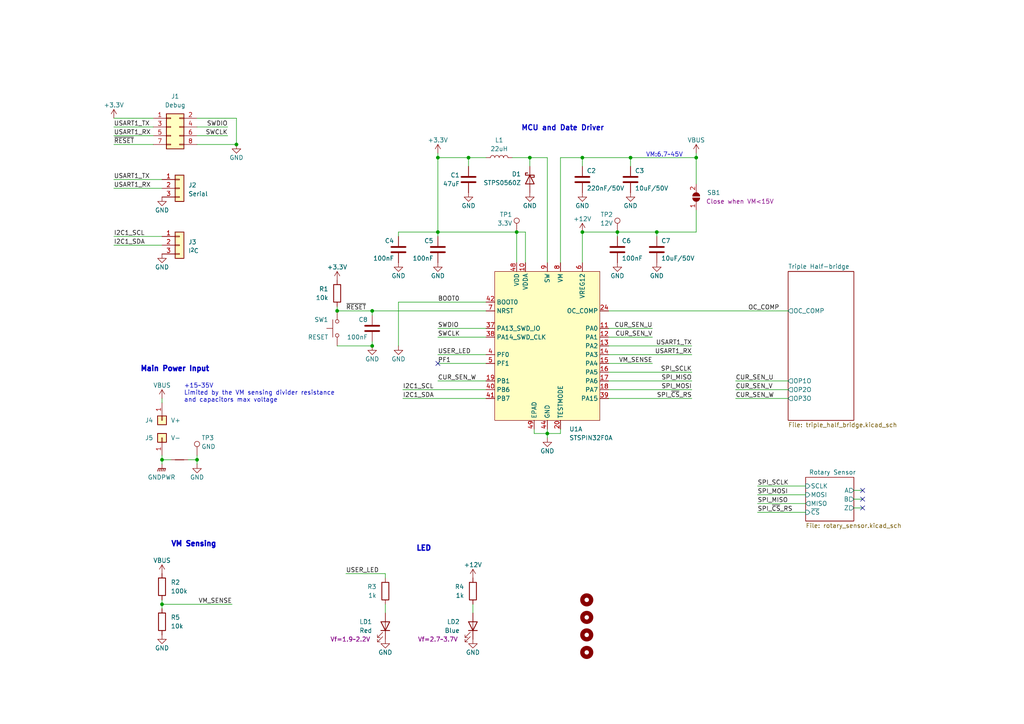
<source format=kicad_sch>
(kicad_sch (version 20230121) (generator eeschema)
  (paper "A4")
  (title_block (title "moco-RD321") (rev "1.0") (comment 1 "BLDC motor controller/driver") (comment 2 "STSPIN32F0A MCU/Gate driver and SiZ250DT Dual N-MOSFET") (comment 3 "MIT license (Open source hardware)") (comment 4 "https://github.com/ziteh/moco"))
  (lib_symbols
    (symbol "Connector:TestPoint" (pin_numbers hide) (pin_names (offset 0.762) hide)
      (property "Reference" "TP" (at 0 6.858 0))
      (property "Value" "TestPoint" (at 0 5.08 0))
      (symbol "TestPoint_0_1"
        (circle (center 0 3.302) (radius 0.762))
      )
      (symbol "TestPoint_1_1"
        (pin passive line (at 0 0 90) (length 2.54) (name "1") (number "1"))
      )
    )
    (symbol "Connector_Generic:Conn_01x01" (pin_names (offset 1.016) hide)
      (property "Reference" "J" (at 0 2.54 0))
      (property "Value" "Conn_01x01" (at 0 -2.54 0))
      (symbol "Conn_01x01_1_1"
        (rectangle (start -1.27 0.127) (end 0 -0.127) (stroke (width 0.1524)))
        (rectangle (start -1.27 1.27) (end 1.27 -1.27) (stroke (width 0.254)) (fill (type background)))
        (pin passive line (at -5.08 0 0) (length 3.81) (name "Pin_1") (number "1"))
      )
    )
    (symbol "Connector_Generic:Conn_01x03" (pin_names (offset 1.016) hide)
      (property "Reference" "J" (at 0 5.08 0))
      (property "Value" "Conn_01x03" (at 0 -5.08 0))
      (symbol "Conn_01x03_1_1"
        (rectangle (start -1.27 -2.413) (end 0 -2.667) (stroke (width 0.1524)))
        (rectangle (start -1.27 0.127) (end 0 -0.127) (stroke (width 0.1524)))
        (rectangle (start -1.27 2.667) (end 0 2.413) (stroke (width 0.1524)))
        (rectangle (start -1.27 3.81) (end 1.27 -3.81) (stroke (width 0.254)) (fill (type background)))
        (pin passive line (at -5.08 2.54 0) (length 3.81) (name "Pin_1") (number "1"))
        (pin passive line (at -5.08 0 0) (length 3.81) (name "Pin_2") (number "2"))
        (pin passive line (at -5.08 -2.54 0) (length 3.81) (name "Pin_3") (number "3"))
      )
    )
    (symbol "Connector_Generic:Conn_02x04_Odd_Even" (pin_names (offset 1.016) hide)
      (property "Reference" "J" (at 1.27 5.08 0))
      (property "Value" "Conn_02x04_Odd_Even" (at 1.27 -7.62 0))
      (symbol "Conn_02x04_Odd_Even_1_1"
        (rectangle (start -1.27 -4.953) (end 0 -5.207) (stroke (width 0.1524)))
        (rectangle (start -1.27 -2.413) (end 0 -2.667) (stroke (width 0.1524)))
        (rectangle (start -1.27 0.127) (end 0 -0.127) (stroke (width 0.1524)))
        (rectangle (start -1.27 2.667) (end 0 2.413) (stroke (width 0.1524)))
        (rectangle (start -1.27 3.81) (end 3.81 -6.35) (stroke (width 0.254)) (fill (type background)))
        (rectangle (start 3.81 -4.953) (end 2.54 -5.207) (stroke (width 0.1524)))
        (rectangle (start 3.81 -2.413) (end 2.54 -2.667) (stroke (width 0.1524)))
        (rectangle (start 3.81 0.127) (end 2.54 -0.127) (stroke (width 0.1524)))
        (rectangle (start 3.81 2.667) (end 2.54 2.413) (stroke (width 0.1524)))
        (pin passive line (at -5.08 2.54 0) (length 3.81) (name "Pin_1") (number "1"))
        (pin passive line (at 7.62 2.54 180) (length 3.81) (name "Pin_2") (number "2"))
        (pin passive line (at -5.08 0 0) (length 3.81) (name "Pin_3") (number "3"))
        (pin passive line (at 7.62 0 180) (length 3.81) (name "Pin_4") (number "4"))
        (pin passive line (at -5.08 -2.54 0) (length 3.81) (name "Pin_5") (number "5"))
        (pin passive line (at 7.62 -2.54 180) (length 3.81) (name "Pin_6") (number "6"))
        (pin passive line (at -5.08 -5.08 0) (length 3.81) (name "Pin_7") (number "7"))
        (pin passive line (at 7.62 -5.08 180) (length 3.81) (name "Pin_8") (number "8"))
      )
    )
    (symbol "Device:C" (pin_numbers hide) (pin_names (offset 0.254))
      (property "Reference" "C" (at 0.635 2.54 0))
      (property "Value" "C" (at 0.635 -2.54 0))
      (symbol "C_0_1"
        (polyline (pts (xy -2.032 -0.762) (xy 2.032 -0.762)) (stroke (width 0.508)))
        (polyline (pts (xy -2.032 0.762) (xy 2.032 0.762)) (stroke (width 0.508)))
      )
      (symbol "C_1_1"
        (pin passive line (at 0 3.81 270) (length 2.794) (name "~") (number "1"))
        (pin passive line (at 0 -3.81 90) (length 2.794) (name "~") (number "2"))
      )
    )
    (symbol "Device:L" (pin_numbers hide) (pin_names (offset 1.016) hide)
      (property "Reference" "L" (at -1.27 0 90))
      (property "Value" "L" (at 1.905 0 90))
      (symbol "L_0_1"
        (arc (start 0 -2.54) (mid 0.6323 -1.905) (end 0 -1.27))
        (arc (start 0 -1.27) (mid 0.6323 -0.635) (end 0 0))
        (arc (start 0 0) (mid 0.6323 0.635) (end 0 1.27))
        (arc (start 0 1.27) (mid 0.6323 1.905) (end 0 2.54))
      )
      (symbol "L_1_1"
        (pin passive line (at 0 3.81 270) (length 1.27) (name "1") (number "1"))
        (pin passive line (at 0 -3.81 90) (length 1.27) (name "2") (number "2"))
      )
    )
    (symbol "Device:LED" (pin_numbers hide) (pin_names (offset 1.016) hide)
      (property "Reference" "D" (at 0 2.54 0))
      (property "Value" "LED" (at 0 -2.54 0))
      (symbol "LED_0_1"
        (polyline (pts (xy -1.27 -1.27) (xy -1.27 1.27)) (stroke (width 0.254)))
        (polyline (pts (xy -1.27 0) (xy 1.27 0)))
        (polyline (pts (xy 1.27 -1.27) (xy 1.27 1.27) (xy -1.27 0) (xy 1.27 -1.27)) (stroke (width 0.254)))
        (polyline (pts (xy -3.048 -0.762) (xy -4.572 -2.286) (xy -3.81 -2.286) (xy -4.572 -2.286) (xy -4.572 -1.524)))
        (polyline (pts (xy -1.778 -0.762) (xy -3.302 -2.286) (xy -2.54 -2.286) (xy -3.302 -2.286) (xy -3.302 -1.524)))
      )
      (symbol "LED_1_1"
        (pin passive line (at -3.81 0 0) (length 2.54) (name "K") (number "1"))
        (pin passive line (at 3.81 0 180) (length 2.54) (name "A") (number "2"))
      )
    )
    (symbol "Device:NetTie_2" (pin_numbers hide) (pin_names (offset 0) hide) (in_bom no)
      (property "Reference" "NT" (at 0 1.27 0))
      (property "Value" "NetTie_2" (at 0 -1.27 0))
      (symbol "NetTie_2_0_1"
        (polyline (pts (xy -1.27 0) (xy 1.27 0)) (stroke (width 0.254)))
      )
      (symbol "NetTie_2_1_1"
        (pin passive line (at -2.54 0 0) (length 2.54) (name "1") (number "1"))
        (pin passive line (at 2.54 0 180) (length 2.54) (name "2") (number "2"))
      )
    )
    (symbol "Device:R" (pin_numbers hide) (pin_names (offset 0))
      (property "Reference" "R" (at 2.032 0 90))
      (property "Value" "R" (at 0 0 90))
      (symbol "R_0_1"
        (rectangle (start -1.016 -2.54) (end 1.016 2.54) (stroke (width 0.254)))
      )
      (symbol "R_1_1"
        (pin passive line (at 0 3.81 270) (length 1.27) (name "~") (number "1"))
        (pin passive line (at 0 -3.81 90) (length 1.27) (name "~") (number "2"))
      )
    )
    (symbol "Diode:1N6857UR" (pin_numbers hide) (pin_names (offset 1.016) hide)
      (property "Reference" "D" (at 0 2.54 0))
      (property "Value" "1N6857UR" (at 0 -2.54 0))
      (symbol "1N6857UR_0_1"
        (polyline (pts (xy 1.27 0) (xy -1.27 0)))
        (polyline (pts (xy 1.27 1.27) (xy 1.27 -1.27) (xy -1.27 0) (xy 1.27 1.27)) (stroke (width 0.254)))
        (polyline (pts (xy -1.905 0.635) (xy -1.905 1.27) (xy -1.27 1.27) (xy -1.27 -1.27) (xy -0.635 -1.27) (xy -0.635 -0.635)) (stroke (width 0.254)))
      )
      (symbol "1N6857UR_1_1"
        (pin passive line (at -3.81 0 0) (length 2.54) (name "K") (number "1"))
        (pin passive line (at 3.81 0 180) (length 2.54) (name "A") (number "2"))
      )
    )
    (symbol "Jumper:SolderJumper_2_Open" (pin_names (offset 0) hide)
      (property "Reference" "JP" (at 0 2.032 0))
      (property "Value" "SolderJumper_2_Open" (at 0 -2.54 0))
      (symbol "SolderJumper_2_Open_0_1"
        (arc (start -0.254 1.016) (mid -1.2656 0) (end -0.254 -1.016))
        (arc (start -0.254 1.016) (mid -1.2656 0) (end -0.254 -1.016) (fill (type outline)))
        (polyline (pts (xy -0.254 1.016) (xy -0.254 -1.016)))
        (polyline (pts (xy 0.254 1.016) (xy 0.254 -1.016)))
        (arc (start 0.254 -1.016) (mid 1.2656 0) (end 0.254 1.016))
        (arc (start 0.254 -1.016) (mid 1.2656 0) (end 0.254 1.016) (fill (type outline)))
      )
      (symbol "SolderJumper_2_Open_1_1"
        (pin passive line (at -3.81 0 0) (length 2.54) (name "A") (number "1"))
        (pin passive line (at 3.81 0 180) (length 2.54) (name "B") (number "2"))
      )
    )
    (symbol "Mechanical:MountingHole" (pin_names (offset 1.016))
      (property "Reference" "H" (at 0 5.08 0))
      (property "Value" "MountingHole" (at 0 3.175 0))
      (symbol "MountingHole_0_1"
        (circle (center 0 0) (radius 1.27) (stroke (width 1.27)))
      )
    )
    (symbol "STSPIN32F0A_1"
      (property "Reference" "U" (at 0 0 0))
      (property "Value" "STSPIN32F0A" (at 0 -10.16 0))
      (symbol "STSPIN32F0A_1_1_0"
        (pin power_in line (at -3.81 20.32 270) (length 2.54) (name "VDDA") (number "10"))
        (pin bidirectional line (at 20.32 1.27 180) (length 2.54) (name "PA0") (number "11"))
        (pin bidirectional line (at 20.32 -1.27 180) (length 2.54) (name "PA1") (number "12"))
        (pin bidirectional line (at 20.32 -3.81 180) (length 2.54) (name "PA2") (number "13"))
        (pin bidirectional line (at 20.32 -6.35 180) (length 2.54) (name "PA3") (number "14"))
        (pin bidirectional line (at 20.32 -8.89 180) (length 2.54) (name "PA4") (number "15"))
        (pin bidirectional line (at 20.32 -11.43 180) (length 2.54) (name "PA5") (number "16"))
        (pin bidirectional line (at 20.32 -13.97 180) (length 2.54) (name "PA6") (number "17"))
        (pin bidirectional line (at 20.32 -16.51 180) (length 2.54) (name "PA7") (number "18"))
        (pin bidirectional line (at -15.24 -13.97 0) (length 2.54) (name "PB1") (number "19"))
        (pin input line (at 6.35 -27.94 90) (length 2.54) (name "TESTMODE") (number "20"))
        (pin input line (at 20.32 6.35 180) (length 2.54) (name "OC_COMP") (number "24"))
        (pin bidirectional line (at -15.24 1.27 0) (length 2.54) (name "PA13_SWD_IO") (number "37"))
        (pin bidirectional line (at -15.24 -1.27 0) (length 2.54) (name "PA14_SWD_CLK") (number "38"))
        (pin bidirectional line (at 20.32 -19.05 180) (length 2.54) (name "PA15") (number "39"))
        (pin bidirectional line (at -15.24 -6.35 0) (length 2.54) (name "PF0") (number "4"))
        (pin bidirectional line (at -15.24 -16.51 0) (length 2.54) (name "PB6") (number "40"))
        (pin bidirectional line (at -15.24 -19.05 0) (length 2.54) (name "PB7") (number "41"))
        (pin input line (at -15.24 8.89 0) (length 2.54) (name "BOOT0") (number "42"))
        (pin no_connect line (at 10.16 -27.94 90) (length 2.54) hide (name "RESERVED") (number "43"))
        (pin power_in line (at 2.54 -27.94 90) (length 2.54) (name "GND") (number "44"))
        (pin power_in line (at -6.35 20.32 270) (length 2.54) (name "VDD") (number "48"))
        (pin power_in line (at -1.27 -27.94 90) (length 2.54) (name "EPAD") (number "49"))
        (pin bidirectional line (at -15.24 -8.89 0) (length 2.54) (name "PF1") (number "5"))
        (pin power_out line (at 12.7 20.32 270) (length 2.54) (name "VREG12") (number "6"))
        (pin input line (at -15.24 6.35 0) (length 2.54) (name "NRST") (number "7"))
        (pin power_in line (at 6.35 20.32 270) (length 2.54) (name "VM") (number "8"))
        (pin output line (at 2.54 20.32 270) (length 2.54) (name "SW") (number "9"))
      )
      (symbol "STSPIN32F0A_1_1_1"
        (rectangle (start -12.7 17.78) (end 17.78 -25.4) (fill (type background)))
      )
      (symbol "STSPIN32F0A_1_2_0"
        (pin output line (at 10.16 8.89 180) (length 2.54) (name "HSW") (number "25"))
        (pin output line (at 10.16 -3.81 180) (length 2.54) (name "OUTW") (number "26"))
        (pin output line (at 10.16 2.54 180) (length 2.54) (name "VBOOTW") (number "27"))
        (pin output line (at 10.16 -10.16 180) (length 2.54) (name "LSW") (number "28"))
      )
      (symbol "STSPIN32F0A_1_2_1"
        (rectangle (start -3.81 11.43) (end 7.62 -11.43) (fill (type background)))
        (text "W" (at -1.27 8.89 0) (effects (font (size 2 2) bold)))
      )
      (symbol "STSPIN32F0A_1_3_0"
        (pin output line (at 10.16 8.89 180) (length 2.54) (name "HSV") (number "29"))
        (pin output line (at 10.16 -3.81 180) (length 2.54) (name "OUTV") (number "30"))
        (pin output line (at 10.16 2.54 180) (length 2.54) (name "VBOOTV") (number "31"))
        (pin output line (at 10.16 -10.16 180) (length 2.54) (name "LSV") (number "32"))
      )
      (symbol "STSPIN32F0A_1_3_1"
        (rectangle (start -3.81 11.43) (end 7.62 -11.43) (fill (type background)))
        (text "V" (at -1.27 8.89 0) (effects (font (size 2 2) bold)))
      )
      (symbol "STSPIN32F0A_1_4_0"
        (pin output line (at 10.16 8.89 180) (length 2.54) (name "HSU") (number "33"))
        (pin output line (at 10.16 -3.81 180) (length 2.54) (name "OUTU") (number "34"))
        (pin output line (at 10.16 2.54 180) (length 2.54) (name "VBOOTU") (number "35"))
        (pin output line (at 10.16 -10.16 180) (length 2.54) (name "LSU") (number "36"))
      )
      (symbol "STSPIN32F0A_1_4_1"
        (rectangle (start -3.81 11.43) (end 7.62 -11.43) (fill (type background)))
        (text "U" (at -1.27 8.89 0) (effects (font (size 2 2) bold)))
      )
      (symbol "STSPIN32F0A_1_5_0"
        (pin input line (at -7.62 3.81 0) (length 2.54) (name "OP3P") (number "45"))
        (pin input line (at -7.62 -3.81 0) (length 2.54) (name "OP3N") (number "46"))
        (pin output line (at 11.43 0 180) (length 2.54) (name "OP3O") (number "47"))
      )
      (symbol "STSPIN32F0A_1_5_1"
        (polyline (pts (xy 10.16 0) (xy -5.08 7.62) (xy -5.08 -7.62) (xy 10.16 0)) (fill (type background)))
        (text "+" (at -6.35 2.54 0) (effects (font (size 1.27 1.27))))
        (text "-" (at -6.35 -5.08 0) (effects (font (size 1.27 1.27))))
      )
      (symbol "STSPIN32F0A_1_6_0"
        (pin input line (at -7.62 3.81 0) (length 2.54) (name "OP2P") (number "1"))
        (pin input line (at -7.62 -3.81 0) (length 2.54) (name "OP2N") (number "2"))
        (pin output line (at 11.43 0 180) (length 2.54) (name "OP2O") (number "3"))
      )
      (symbol "STSPIN32F0A_1_6_1"
        (polyline (pts (xy 10.16 0) (xy -5.08 7.62) (xy -5.08 -7.62) (xy 10.16 0)) (fill (type background)))
        (text "+" (at -6.35 2.54 0) (effects (font (size 1.27 1.27))))
        (text "-" (at -6.35 -5.08 0) (effects (font (size 1.27 1.27))))
      )
      (symbol "STSPIN32F0A_1_7_0"
        (pin output line (at 11.43 0 180) (length 2.54) (name "OP1O") (number "21"))
        (pin input line (at -7.62 -3.81 0) (length 2.54) (name "OP1N") (number "22"))
        (pin input line (at -7.62 3.81 0) (length 2.54) (name "OP1P") (number "23"))
      )
      (symbol "STSPIN32F0A_1_7_1"
        (polyline (pts (xy 10.16 0) (xy -5.08 7.62) (xy -5.08 -7.62) (xy 10.16 0)) (fill (type background)))
        (text "+" (at -6.35 2.54 0) (effects (font (size 1.27 1.27))))
        (text "-" (at -6.35 -5.08 0) (effects (font (size 1.27 1.27))))
      )
    )
    (symbol "Switch:SW_Push" (pin_numbers hide) (pin_names (offset 1.016) hide)
      (property "Reference" "SW" (at 1.27 2.54 0))
      (property "Value" "SW_Push" (at 0 -1.524 0))
      (symbol "SW_Push_0_1"
        (circle (center -2.032 0) (radius 0.508))
        (polyline (pts (xy 0 1.27) (xy 0 3.048)))
        (polyline (pts (xy 2.54 1.27) (xy -2.54 1.27)))
        (circle (center 2.032 0) (radius 0.508))
        (pin passive line (at -5.08 0 0) (length 2.54) (name "1") (number "1"))
        (pin passive line (at 5.08 0 180) (length 2.54) (name "2") (number "2"))
      )
    )
    (symbol "power:+12V" (power) (pin_names (offset 0))
      (property "Value" "+12V" (at 0 3.556 0))
      (symbol "+12V_0_1"
        (polyline (pts (xy -0.762 1.27) (xy 0 2.54)))
        (polyline (pts (xy 0 0) (xy 0 2.54)))
        (polyline (pts (xy 0 2.54) (xy 0.762 1.27)))
      )
      (symbol "+12V_1_1"
        (pin power_in line (at 0 0 90) (length 0) hide (name "+12V") (number "1"))
      )
    )
    (symbol "power:+3.3V" (power) (pin_names (offset 0))
      (property "Value" "+3.3V" (at 0 3.556 0))
      (symbol "+3.3V_0_1"
        (polyline (pts (xy -0.762 1.27) (xy 0 2.54)))
        (polyline (pts (xy 0 0) (xy 0 2.54)))
        (polyline (pts (xy 0 2.54) (xy 0.762 1.27)))
      )
      (symbol "+3.3V_1_1"
        (pin power_in line (at 0 0 90) (length 0) hide (name "+3.3V") (number "1"))
      )
    )
    (symbol "power:GND" (power) (pin_names (offset 0))
      (property "Value" "GND" (at 0 -3.81 0))
      (symbol "GND_0_1"
        (polyline (pts (xy 0 0) (xy 0 -1.27) (xy 1.27 -1.27) (xy 0 -2.54) (xy -1.27 -1.27) (xy 0 -1.27)))
      )
      (symbol "GND_1_1"
        (pin power_in line (at 0 0 270) (length 0) hide (name "GND") (number "1"))
      )
    )
    (symbol "power:GNDPWR" (power) (pin_names (offset 0))
      (property "Value" "GNDPWR" (at 0 -3.302 0))
      (symbol "GNDPWR_0_1"
        (polyline (pts (xy 0 -1.27) (xy 0 0)))
        (polyline (pts (xy -1.016 -1.27) (xy -1.27 -2.032) (xy -1.27 -2.032)) (stroke (width 0.2032)))
        (polyline (pts (xy -0.508 -1.27) (xy -0.762 -2.032) (xy -0.762 -2.032)) (stroke (width 0.2032)))
        (polyline (pts (xy 0 -1.27) (xy -0.254 -2.032) (xy -0.254 -2.032)) (stroke (width 0.2032)))
        (polyline (pts (xy 0.508 -1.27) (xy 0.254 -2.032) (xy 0.254 -2.032)) (stroke (width 0.2032)))
        (polyline (pts (xy 1.016 -1.27) (xy -1.016 -1.27) (xy -1.016 -1.27)) (stroke (width 0.2032)))
        (polyline (pts (xy 1.016 -1.27) (xy 0.762 -2.032) (xy 0.762 -2.032) (xy 0.762 -2.032)) (stroke (width 0.2032)))
      )
      (symbol "GNDPWR_1_1"
        (pin power_in line (at 0 0 270) (length 0) hide (name "GNDPWR") (number "1"))
      )
    )
    (symbol "power:VBUS" (power) (pin_names (offset 0))
      (property "Value" "VBUS" (at 0 3.81 0))
      (symbol "VBUS_0_1"
        (polyline (pts (xy -0.762 1.27) (xy 0 2.54)))
        (polyline (pts (xy 0 0) (xy 0 2.54)))
        (polyline (pts (xy 0 2.54) (xy 0.762 1.27)))
      )
      (symbol "VBUS_1_1"
        (pin power_in line (at 0 0 90) (length 0) hide (name "VBUS") (number "1"))
      )
    )
  )
  (junction (at 57.15 133.35))
  (junction (at 107.95 100.33))
  (junction (at 127 45.72))
  (junction (at 153.67 45.72))
  (junction (at 107.95 90.17))
  (junction (at 158.75 125.73))
  (junction (at 46.99 133.35))
  (junction (at 168.91 45.72))
  (junction (at 182.88 45.72))
  (junction (at 97.79 90.17))
  (junction (at 46.99 175.26))
  (junction (at 68.58 41.91))
  (junction (at 127 67.31))
  (junction (at 135.89 45.72))
  (junction (at 149.86 67.31))
  (junction (at 168.91 67.31))
  (junction (at 201.93 45.72))
  (junction (at 190.5 67.31))
  (junction (at 179.07 67.31))
  (no_connect (at 250.19 142.24))
  (no_connect (at 127 105.41))
  (no_connect (at 250.19 147.32))
  (no_connect (at 250.19 144.78))
  (wire (pts (xy 33.02 41.91) (xy 44.45 41.91)))
  (wire (pts (xy 67.31 175.26) (xy 46.99 175.26)))
  (wire (pts (xy 213.36 110.49) (xy 228.6 110.49)))
  (wire (pts (xy 57.15 134.62) (xy 57.15 133.35)))
  (wire (pts (xy 190.5 68.58) (xy 190.5 67.31)))
  (wire (pts (xy 176.53 102.87) (xy 200.66 102.87)))
  (wire (pts (xy 33.02 52.07) (xy 46.99 52.07)))
  (wire (pts (xy 54.61 133.35) (xy 57.15 133.35)))
  (wire (pts (xy 189.23 97.79) (xy 176.53 97.79)))
  (wire (pts (xy 162.56 45.72) (xy 162.56 76.2)))
  (wire (pts (xy 153.67 45.72) (xy 158.75 45.72)))
  (wire (pts (xy 127 67.31) (xy 127 68.58)))
  (wire (pts (xy 127 110.49) (xy 140.97 110.49)))
  (wire (pts (xy 219.71 140.97) (xy 233.68 140.97)))
  (wire (pts (xy 168.91 45.72) (xy 162.56 45.72)))
  (wire (pts (xy 66.04 36.83) (xy 57.15 36.83)))
  (wire (pts (xy 116.84 115.57) (xy 140.97 115.57)))
  (wire (pts (xy 247.65 147.32) (xy 250.19 147.32)))
  (wire (pts (xy 57.15 34.29) (xy 68.58 34.29)))
  (wire (pts (xy 149.86 67.31) (xy 149.86 76.2)))
  (wire (pts (xy 219.71 146.05) (xy 233.68 146.05)))
  (wire (pts (xy 162.56 125.73) (xy 158.75 125.73)))
  (wire (pts (xy 97.79 100.33) (xy 107.95 100.33)))
  (wire (pts (xy 49.53 133.35) (xy 46.99 133.35)))
  (wire (pts (xy 189.23 95.25) (xy 176.53 95.25)))
  (wire (pts (xy 46.99 134.62) (xy 46.99 133.35)))
  (wire (pts (xy 127 102.87) (xy 140.97 102.87)))
  (wire (pts (xy 176.53 115.57) (xy 200.66 115.57)))
  (wire (pts (xy 182.88 48.26) (xy 182.88 45.72)))
  (wire (pts (xy 33.02 39.37) (xy 44.45 39.37)))
  (wire (pts (xy 68.58 34.29) (xy 68.58 41.91)))
  (wire (pts (xy 111.76 166.37) (xy 111.76 167.64)))
  (wire (pts (xy 149.86 67.31) (xy 152.4 67.31)))
  (wire (pts (xy 176.53 100.33) (xy 200.66 100.33)))
  (wire (pts (xy 100.33 166.37) (xy 111.76 166.37)))
  (wire (pts (xy 176.53 113.03) (xy 200.66 113.03)))
  (wire (pts (xy 33.02 54.61) (xy 46.99 54.61)))
  (wire (pts (xy 33.02 68.58) (xy 46.99 68.58)))
  (wire (pts (xy 127 45.72) (xy 135.89 45.72)))
  (wire (pts (xy 247.65 144.78) (xy 250.19 144.78)))
  (wire (pts (xy 135.89 45.72) (xy 135.89 48.26)))
  (wire (pts (xy 46.99 173.99) (xy 46.99 175.26)))
  (wire (pts (xy 33.02 71.12) (xy 46.99 71.12)))
  (wire (pts (xy 152.4 76.2) (xy 152.4 67.31)))
  (wire (pts (xy 219.71 148.59) (xy 233.68 148.59)))
  (wire (pts (xy 97.79 90.17) (xy 107.95 90.17)))
  (wire (pts (xy 158.75 125.73) (xy 158.75 127)))
  (wire (pts (xy 57.15 133.35) (xy 57.15 132.08)))
  (wire (pts (xy 176.53 107.95) (xy 200.66 107.95)))
  (wire (pts (xy 46.99 133.35) (xy 46.99 132.08)))
  (wire (pts (xy 162.56 124.46) (xy 162.56 125.73)))
  (wire (pts (xy 148.59 45.72) (xy 153.67 45.72)))
  (wire (pts (xy 247.65 142.24) (xy 250.19 142.24)))
  (wire (pts (xy 154.94 124.46) (xy 154.94 125.73)))
  (wire (pts (xy 127 97.79) (xy 140.97 97.79)))
  (wire (pts (xy 213.36 115.57) (xy 228.6 115.57)))
  (wire (pts (xy 176.53 110.49) (xy 200.66 110.49)))
  (wire (pts (xy 190.5 67.31) (xy 201.93 67.31)))
  (wire (pts (xy 213.36 113.03) (xy 228.6 113.03)))
  (wire (pts (xy 115.57 87.63) (xy 140.97 87.63)))
  (wire (pts (xy 46.99 175.26) (xy 46.99 176.53)))
  (wire (pts (xy 127 67.31) (xy 115.57 67.31)))
  (wire (pts (xy 46.99 115.57) (xy 46.99 116.84)))
  (wire (pts (xy 176.53 90.17) (xy 228.6 90.17)))
  (wire (pts (xy 127 95.25) (xy 140.97 95.25)))
  (wire (pts (xy 107.95 100.33) (xy 107.95 99.06)))
  (wire (pts (xy 179.07 67.31) (xy 179.07 68.58)))
  (wire (pts (xy 68.58 41.91) (xy 57.15 41.91)))
  (wire (pts (xy 33.02 36.83) (xy 44.45 36.83)))
  (wire (pts (xy 107.95 91.44) (xy 107.95 90.17)))
  (wire (pts (xy 179.07 67.31) (xy 190.5 67.31)))
  (wire (pts (xy 158.75 124.46) (xy 158.75 125.73)))
  (wire (pts (xy 168.91 67.31) (xy 168.91 76.2)))
  (wire (pts (xy 115.57 67.31) (xy 115.57 68.58)))
  (wire (pts (xy 201.93 45.72) (xy 182.88 45.72)))
  (wire (pts (xy 127 67.31) (xy 149.86 67.31)))
  (wire (pts (xy 127 105.41) (xy 140.97 105.41)))
  (wire (pts (xy 179.07 67.31) (xy 168.91 67.31)))
  (wire (pts (xy 189.23 105.41) (xy 176.53 105.41)))
  (wire (pts (xy 158.75 45.72) (xy 158.75 76.2)))
  (wire (pts (xy 135.89 45.72) (xy 140.97 45.72)))
  (wire (pts (xy 219.71 143.51) (xy 233.68 143.51)))
  (wire (pts (xy 153.67 48.26) (xy 153.67 45.72)))
  (wire (pts (xy 66.04 39.37) (xy 57.15 39.37)))
  (wire (pts (xy 127 45.72) (xy 127 67.31)))
  (wire (pts (xy 127 44.45) (xy 127 45.72)))
  (wire (pts (xy 201.93 60.96) (xy 201.93 67.31)))
  (wire (pts (xy 116.84 113.03) (xy 140.97 113.03)))
  (wire (pts (xy 33.02 34.29) (xy 44.45 34.29)))
  (wire (pts (xy 137.16 177.8) (xy 137.16 175.26)))
  (wire (pts (xy 168.91 45.72) (xy 168.91 48.26)))
  (wire (pts (xy 201.93 53.34) (xy 201.93 45.72)))
  (wire (pts (xy 168.91 45.72) (xy 182.88 45.72)))
  (wire (pts (xy 111.76 177.8) (xy 111.76 175.26)))
  (wire (pts (xy 115.57 100.33) (xy 115.57 87.63)))
  (wire (pts (xy 107.95 90.17) (xy 140.97 90.17)))
  (wire (pts (xy 97.79 88.9) (xy 97.79 90.17)))
  (wire (pts (xy 201.93 44.45) (xy 201.93 45.72)))
  (wire (pts (xy 154.94 125.73) (xy 158.75 125.73)))
  (text "+15~35V\nLimited by the VM sensing divider resistance\nand capacitors max voltage" (at 53.34 116.84 0) (effects (font (size 1.27 1.27)) (justify left bottom)))
  (text "VM Sensing" (at 49.53 158.75 0) (effects (font (size 1.5 1.5) (thickness 0.4) bold) (justify left bottom)))
  (text "VM:6.7~45V" (at 198.12 45.72 0) (effects (font (size 1.27 1.27)) (justify right bottom)))
  (text "LED" (at 120.65 160.02 0) (effects (font (size 1.5 1.5) (thickness 0.4) bold) (justify left bottom)))
  (text "Main Power Input" (at 40.64 107.95 0) (effects (font (size 1.5 1.5) (thickness 0.4) bold) (justify left bottom)))
  (text "MCU and Date Driver" (at 151.13 38.1 0) (effects (font (size 1.5 1.5) (thickness 0.3) bold) (justify left bottom)))
  (label "I2C1_SCL" (at 33.02 68.58 0))
  (label "SWCLK" (at 66.04 39.37 180))
  (label "BOOT0" (at 127 87.63 0))
  (label "SPI_SCLK" (at 219.71 140.97 0))
  (label "SPI_MOSI" (at 200.66 113.03 180))
  (label "USART1_TX" (at 33.02 36.83 0))
  (label "USER_LED" (at 100.33 166.37 0))
  (label "SPI_~{CS}_RS" (at 200.66 115.57 180))
  (label "SPI_SCLK" (at 200.66 107.95 180))
  (label "SPI_MOSI" (at 219.71 143.51 0))
  (label "SPI_MISO" (at 219.71 146.05 0))
  (label "VM_SENSE" (at 189.23 105.41 180))
  (label "OC_COMP" (at 226.06 90.17 180))
  (label "USART1_RX" (at 200.66 102.87 180))
  (label "I2C1_SDA" (at 33.02 71.12 0))
  (label "~{RESET}" (at 100.33 90.17 0))
  (label "USART1_RX" (at 33.02 54.61 0))
  (label "USART1_RX" (at 33.02 39.37 0))
  (label "USART1_TX" (at 33.02 52.07 0))
  (label "SWDIO" (at 66.04 36.83 180))
  (label "~{RESET}" (at 33.02 41.91 0))
  (label "CUR_SEN_U" (at 189.23 95.25 180))
  (label "I2C1_SCL" (at 116.84 113.03 0))
  (label "SWDIO" (at 127 95.25 0))
  (label "CUR_SEN_V" (at 213.36 113.03 0))
  (label "SWCLK" (at 127 97.79 0))
  (label "CUR_SEN_W" (at 127 110.49 0))
  (label "I2C1_SDA" (at 116.84 115.57 0))
  (label "CUR_SEN_V" (at 189.23 97.79 180))
  (label "CUR_SEN_U" (at 213.36 110.49 0))
  (label "SPI_MISO" (at 200.66 110.49 180))
  (label "SPI_~{CS}_RS" (at 219.71 148.59 0))
  (label "PF1" (at 127 105.41 0))
  (label "VM_SENSE" (at 67.31 175.26 180))
  (label "CUR_SEN_W" (at 213.36 115.57 0))
  (label "USER_LED" (at 127 102.87 0))
  (label "USART1_TX" (at 200.66 100.33 180))
  (symbol (lib_id "power:GND") (at 107.95 100.33 0) (unit 1)
    (property "Reference" "#PWR017" (effects hide))
    (property "Value" "GND" (at 107.95 104.14 0))
  )
  (symbol (lib_id "power:+3.3V") (at 127 44.45 0) (unit 1)
    (property "Reference" "#PWR08" (effects hide))
    (property "Value" "+3.3V" (at 127 40.64 0))
  )
  (symbol (lib_id "Device:LED") (at 137.16 181.61 270) (mirror x) (unit 1)
    (property "Reference" "LD2" (at 133.35 180.34 90) (effects (justify right)))
    (property "Value" "Blue" (at 133.35 182.88 90) (effects (justify right)))
    (property "Footprint" "LED_SMD:LED_0603_1608Metric" (effects hide))
    (property "Note" "Vf=2.7~3.7V" (at 127 185.42 90))
    (property "LCSC" "C72043" (effects hide))
    (property "MFR. Part#" "19-217/GHC-YR1S2/3T" (effects hide))
  )
  (symbol (lib_id "Connector_Generic:Conn_01x03") (at 52.07 71.12 0) (unit 1)
    (property "Reference" "J3" (at 54.61 70.2056 0) (effects (justify left)))
    (property "Value" "I^{2}C" (at 54.61 72.7456 0) (effects (justify left)))
    (property "Footprint" "Connector_JST:JST_SH_SM03B-SRSS-TB_1x03-1MP_P1.00mm_Horizontal" (effects hide))
    (property "LCSC" "C160403" (effects hide))
    (property "MFR. Part#" "SM03B-SRSS-TB(LF)(SN)" (effects hide))
  )
  (symbol (lib_id "power:GND") (at 115.57 100.33 0) (mirror y) (unit 1)
    (property "Reference" "#PWR052" (effects hide))
    (property "Value" "GND" (at 115.57 104.14 0))
  )
  (symbol (lib_id "power:VBUS") (at 46.99 115.57 0) (unit 1)
    (property "Reference" "#PWR01" (effects hide))
    (property "Value" "VBUS" (at 46.99 111.76 0))
  )
  (symbol (lib_id "power:+3.3V") (at 33.02 34.29 0) (mirror y) (unit 1)
    (property "Reference" "#PWR02" (effects hide))
    (property "Value" "+3.3V" (at 33.02 30.48 0))
  )
  (symbol (lib_id "power:GND") (at 135.89 55.88 0) (unit 1)
    (property "Reference" "#PWR04" (effects hide))
    (property "Value" "GND" (at 135.89 59.69 0))
  )
  (symbol (lib_id "power:VBUS") (at 46.99 166.37 0) (unit 1)
    (property "Reference" "#PWR019" (effects hide))
    (property "Value" "VBUS" (at 46.99 162.56 0))
  )
  (symbol (lib_id "power:GND") (at 115.57 76.2 0) (unit 1)
    (property "Reference" "#PWR011" (effects hide))
    (property "Value" "GND" (at 115.57 80.01 0))
  )
  (symbol (lib_id "power:GND") (at 57.15 134.62 0) (unit 1)
    (property "Reference" "#PWR021" (effects hide))
    (property "Value" "GND" (at 57.15 138.43 0))
  )
  (symbol (lib_id "Device:L") (at 144.78 45.72 90) (unit 1)
    (property "Reference" "L1" (at 144.78 40.64 90))
    (property "Value" "22uH" (at 144.78 43.18 90))
    (property "Footprint" "Inductor_SMD:L_Taiyo-Yuden_MD-3030" (effects hide))
    (property "MFR. Part#" "YNR3015-220M" (effects hide))
    (property "LCSC" "C497564" (effects hide))
  )
  (symbol (lib_id "Connector:TestPoint") (at 179.07 67.31 0) (mirror y) (unit 1)
    (property "Reference" "TP2" (at 177.8 62.23 0) (effects (justify left)))
    (property "Value" "12V" (at 177.8 64.77 0) (effects (justify left)))
    (property "Footprint" "TestPoint:TestPoint_Pad_D1.0mm" (effects hide))
  )
  (symbol (lib_id "power:GND") (at 153.67 55.88 0) (unit 1)
    (property "Reference" "#PWR05" (effects hide))
    (property "Value" "GND" (at 153.67 59.69 0))
  )
  (symbol (lib_id "Device:C") (at 127 72.39 0) (unit 1)
    (property "Reference" "C5" (at 125.73 69.85 0) (effects (justify right)))
    (property "Value" "100nF" (at 125.73 74.93 0) (effects (justify right)))
    (property "Footprint" "Capacitor_SMD:C_0402_1005Metric" (effects hide))
    (property "LCSC" "C307331" (effects hide))
    (property "MFR. Part#" "CL05B104KB54PNC" (effects hide))
  )
  (symbol (lib_id "Device:R") (at 46.99 180.34 180) (unit 1)
    (property "Reference" "R5" (at 49.53 179.07 0) (effects (justify right)))
    (property "Value" "10k" (at 49.53 181.61 0) (effects (justify right)))
    (property "Footprint" "Resistor_SMD:R_0402_1005Metric" (effects hide))
    (property "LCSC" "C25744" (effects hide))
    (property "MFR. Part#" "0402WGF1002TCE" (effects hide))
  )
  (symbol (lib_id "Mechanical:MountingHole") (at 170.18 184.15 90) (unit 1) (in_bom no)
    (property "Reference" "H3" (effects hide))
    (property "Value" "MountingHole" (effects hide))
    (property "Footprint" "MountingHole:MountingHole_2.2mm_M2_ISO14580" (effects hide))
  )
  (symbol (lib_id "Device:C") (at 107.95 95.25 0) (unit 1)
    (property "Reference" "C8" (at 106.68 92.71 0) (effects (justify right)))
    (property "Value" "100nF" (at 106.68 97.79 0) (effects (justify right)))
    (property "Footprint" "Capacitor_SMD:C_0402_1005Metric" (effects hide))
    (property "LCSC" "C307331" (effects hide))
    (property "MFR. Part#" "CL05B104KB54PNC" (effects hide))
  )
  (symbol (lib_id "power:GND") (at 127 76.2 0) (unit 1)
    (property "Reference" "#PWR012" (effects hide))
    (property "Value" "GND" (at 127 80.01 0))
  )
  (symbol (lib_id "Device:R") (at 97.79 85.09 0) (mirror x) (unit 1)
    (property "Reference" "R1" (at 95.25 83.82 0) (effects (justify right)))
    (property "Value" "10k" (at 95.25 86.36 0) (effects (justify right)))
    (property "Footprint" "Resistor_SMD:R_0402_1005Metric" (effects hide))
    (property "LCSC" "C25744" (effects hide))
    (property "MFR. Part#" "0402WGF1002TCE" (effects hide))
  )
  (symbol (lib_id "Mechanical:MountingHole") (at 170.18 189.23 90) (unit 1) (in_bom no)
    (property "Reference" "H4" (effects hide))
    (property "Value" "MountingHole" (effects hide))
    (property "Footprint" "MountingHole:MountingHole_2.2mm_M2_ISO14580" (effects hide))
  )
  (symbol (lib_id "Diode:1N6857UR") (at 153.67 52.07 90) (mirror x) (unit 1)
    (property "Reference" "D1" (at 151.13 50.4825 90) (effects (justify left)))
    (property "Value" "STPS0560Z" (at 151.13 53.0225 90) (effects (justify left)))
    (property "Footprint" "Diode_SMD:D_SOD-123F" (effects hide))
    (property "Datasheet" "https://www.microsemi.com/document-portal/doc_download/131890-lds-0040-1-datasheet" (effects hide))
    (property "LCSC" "C99285" (effects hide))
    (property "MFR. Part#" "STPS0560Z" (effects hide))
  )
  (symbol (lib_id "power:+3.3V") (at 97.79 81.28 0) (unit 1)
    (property "Reference" "#PWR015" (effects hide))
    (property "Value" "+3.3V" (at 97.79 77.47 0))
  )
  (symbol (lib_id "power:GND") (at 46.99 184.15 0) (unit 1)
    (property "Reference" "#PWR025" (effects hide))
    (property "Value" "GND" (at 46.99 187.96 0))
  )
  (symbol (lib_id "Switch:SW_Push") (at 97.79 95.25 90) (mirror x) (unit 1)
    (property "Reference" "SW1" (at 95.25 92.71 90) (effects (justify left)))
    (property "Value" "RESET" (at 95.25 97.79 90) (effects (justify left)))
    (property "Footprint" "Button_Switch_SMD:SW_SPST_EVQP7C" (effects hide))
    (property "MFR. Part#" "3*4mm" (effects hide))
  )
  (symbol (lib_id "power:GND") (at 179.07 76.2 0) (unit 1)
    (property "Reference" "#PWR013" (effects hide))
    (property "Value" "GND" (at 179.07 80.01 0))
  )
  (symbol (lib_id "power:+12V") (at 168.91 67.31 0) (unit 1)
    (property "Reference" "#PWR09" (effects hide))
    (property "Value" "+12V" (at 168.91 63.5 0))
  )
  (symbol (lib_id "Device:NetTie_2") (at 52.07 133.35 0) (unit 1) (in_bom no)
    (property "Reference" "NT1" (effects hide))
    (property "Value" "NetTie_2" (effects hide))
    (property "Footprint" "NetTie:NetTie-2_SMD_Pad0.5mm" (effects hide))
  )
  (symbol (lib_id "power:GND") (at 168.91 55.88 0) (unit 1)
    (property "Reference" "#PWR06" (effects hide))
    (property "Value" "GND" (at 168.91 59.69 0))
  )
  (symbol (lib_id "Device:R") (at 46.99 170.18 180) (unit 1)
    (property "Reference" "R2" (at 49.53 168.91 0) (effects (justify right)))
    (property "Value" "100k" (at 49.53 171.45 0) (effects (justify right)))
    (property "Footprint" "Resistor_SMD:R_0402_1005Metric" (effects hide))
    (property "LCSC" "C25741" (effects hide))
    (property "MFR. Part#" "0402WGF1003TCE" (effects hide))
  )
  (symbol (lib_id "Connector:TestPoint") (at 149.86 67.31 0) (mirror y) (unit 1)
    (property "Reference" "TP1" (at 148.59 62.23 0) (effects (justify left)))
    (property "Value" "3.3V" (at 148.59 64.77 0) (effects (justify left)))
    (property "Footprint" "TestPoint:TestPoint_Pad_D1.0mm" (effects hide))
  )
  (symbol (lib_id "Jumper:SolderJumper_2_Open") (at 201.93 57.15 270) (mirror x) (unit 1)
    (property "Reference" "SB1" (at 207.01 55.88 90))
    (property "Value" "SolderJumper_2_Open" (effects hide))
    (property "Footprint" "Jumper:SolderJumper-2_P1.3mm_Open_RoundedPad1.0x1.5mm" (effects hide))
    (property "Note" "Close when VM<15V" (at 214.63 58.42 90))
  )
  (symbol (lib_id "power:GND") (at 158.75 127 0) (unit 1)
    (property "Reference" "#PWR018" (effects hide))
    (property "Value" "GND" (at 158.75 130.81 0))
  )
  (symbol (lib_id "power:GND") (at 137.16 185.42 0) (unit 1)
    (property "Reference" "#PWR027" (effects hide))
    (property "Value" "GND" (at 137.16 189.23 0))
  )
  (symbol (lib_id "power:VBUS") (at 201.93 44.45 0) (unit 1)
    (property "Reference" "#PWR024" (effects hide))
    (property "Value" "VBUS" (at 201.93 40.64 0))
  )
  (symbol (lib_id "power:GND") (at 46.99 73.66 0) (unit 1)
    (property "Reference" "#PWR016" (effects hide))
    (property "Value" "GND" (at 46.99 77.47 0))
  )
  (symbol (lib_id "Device:C") (at 182.88 52.07 0) (mirror y) (unit 1)
    (property "Reference" "C3" (at 184.15 49.53 0) (effects (justify right)))
    (property "Value" "10uF/50V" (at 184.15 54.61 0) (effects (justify right)))
    (property "Footprint" "Capacitor_SMD:C_0805_2012Metric" (effects hide))
    (property "LCSC" "C440198" (effects hide))
    (property "MFR. Part#" "GRM21BR61H106KE43L" (effects hide))
  )
  (symbol (lib_id "Connector:TestPoint") (at 57.15 132.08 0) (unit 1)
    (property "Reference" "TP3" (at 58.42 127 0) (effects (justify left)))
    (property "Value" "GND" (at 58.42 129.54 0) (effects (justify left)))
    (property "Footprint" "TestPoint:TestPoint_Pad_D1.0mm" (effects hide))
  )
  (symbol (lib_name "STSPIN32F0A_1") (lib_id "moco:STSPIN32F0A") (at 156.21 96.52 0) (unit 1)
    (property "Reference" "U1" (at 165.1 124.46 0) (effects (justify left)))
    (property "Value" "STSPIN32F0A" (at 165.1 127 0) (effects (justify left)))
    (property "Footprint" "moco:VFQFN-48_7x7_EP2.8mm_Pitch0.5mm" (effects hide))
    (property "Datasheet" "https://www.st.com/resource/en/datasheet/stspin32f0a.pdf" (effects hide))
    (property "LCSC" "C1520987" (effects hide))
    (property "MFR. Part#" "STSPIN32F0A" (effects hide))
  )
  (symbol (lib_id "Connector_Generic:Conn_01x03") (at 52.07 54.61 0) (unit 1)
    (property "Reference" "J2" (at 54.61 53.6956 0) (effects (justify left)))
    (property "Value" "Serial" (at 54.61 56.2356 0) (effects (justify left)))
    (property "Footprint" "Connector_JST:JST_SH_SM03B-SRSS-TB_1x03-1MP_P1.00mm_Horizontal" (effects hide))
    (property "LCSC" "C160403" (effects hide))
    (property "MFR. Part#" "SM03B-SRSS-TB(LF)(SN)" (effects hide))
  )
  (symbol (lib_id "Device:C") (at 179.07 72.39 0) (mirror y) (unit 1)
    (property "Reference" "C6" (at 180.34 69.85 0) (effects (justify right)))
    (property "Value" "100nF" (at 180.34 74.93 0) (effects (justify right)))
    (property "Footprint" "Capacitor_SMD:C_0402_1005Metric" (effects hide))
    (property "LCSC" "C307331" (effects hide))
    (property "MFR. Part#" "CL05B104KB54PNC" (effects hide))
  )
  (symbol (lib_id "Device:R") (at 137.16 171.45 0) (mirror y) (unit 1)
    (property "Reference" "R4" (at 134.62 170.18 0) (effects (justify left)))
    (property "Value" "1k" (at 134.62 172.72 0) (effects (justify left)))
    (property "Footprint" "Resistor_SMD:R_0402_1005Metric" (effects hide))
    (property "LCSC" "C11702" (effects hide))
    (property "MFR. Part#" "0402WGF1001TCE" (effects hide))
  )
  (symbol (lib_id "Connector_Generic:Conn_01x01") (at 46.99 121.92 270) (unit 1)
    (property "Reference" "J4" (at 44.45 121.92 90) (effects (justify right)))
    (property "Value" "V+" (at 49.53 121.92 90) (effects (justify left)))
    (property "Footprint" "moco:wire_2.2mm_rectagnel" (effects hide))
  )
  (symbol (lib_id "Mechanical:MountingHole") (at 170.18 173.99 90) (unit 1) (in_bom no)
    (property "Reference" "H1" (effects hide))
    (property "Value" "MountingHole" (effects hide))
    (property "Footprint" "MountingHole:MountingHole_2.2mm_M2_ISO14580" (effects hide))
  )
  (symbol (lib_id "power:GND") (at 190.5 76.2 0) (unit 1)
    (property "Reference" "#PWR014" (effects hide))
    (property "Value" "GND" (at 190.5 80.01 0))
  )
  (symbol (lib_id "Device:C") (at 168.91 52.07 0) (mirror y) (unit 1)
    (property "Reference" "C2" (at 170.18 49.53 0) (effects (justify right)))
    (property "Value" "220nF/50V" (at 170.18 54.61 0) (effects (justify right)))
    (property "Footprint" "Capacitor_SMD:C_0805_2012Metric" (effects hide))
    (property "LCSC" "C5378" (effects hide))
    (property "MFR. Part#" "CL21B224KBFNNNE" (effects hide))
  )
  (symbol (lib_id "Device:C") (at 190.5 72.39 0) (mirror y) (unit 1)
    (property "Reference" "C7" (at 191.77 69.85 0) (effects (justify right)))
    (property "Value" "10uF/50V" (at 191.77 74.93 0) (effects (justify right)))
    (property "Footprint" "Capacitor_SMD:C_0805_2012Metric" (effects hide))
    (property "LCSC" "C440198" (effects hide))
    (property "MFR. Part#" "GRM21BR61H106KE43L" (effects hide))
  )
  (symbol (lib_id "power:GND") (at 68.58 41.91 0) (mirror y) (unit 1)
    (property "Reference" "#PWR03" (effects hide))
    (property "Value" "GND" (at 68.58 45.72 0))
  )
  (symbol (lib_id "power:+12V") (at 137.16 167.64 0) (unit 1)
    (property "Reference" "#PWR023" (effects hide))
    (property "Value" "+12V" (at 137.16 163.83 0))
  )
  (symbol (lib_id "power:GND") (at 46.99 57.15 0) (unit 1)
    (property "Reference" "#PWR010" (effects hide))
    (property "Value" "GND" (at 46.99 60.96 0))
  )
  (symbol (lib_id "power:GND") (at 182.88 55.88 0) (unit 1)
    (property "Reference" "#PWR07" (effects hide))
    (property "Value" "GND" (at 182.88 59.69 0))
  )
  (symbol (lib_id "Connector_Generic:Conn_02x04_Odd_Even") (at 49.53 36.83 0) (unit 1)
    (property "Reference" "J1" (at 50.8 27.94 0))
    (property "Value" "Debug" (at 50.8 30.48 0))
    (property "Footprint" "Connector_PinHeader_2.54mm:PinHeader_2x04_P2.54mm_Vertical" (effects hide))
  )
  (symbol (lib_id "power:GNDPWR") (at 46.99 134.62 0) (unit 1)
    (property "Reference" "#PWR020" (effects hide))
    (property "Value" "GNDPWR" (at 46.863 138.43 0))
  )
  (symbol (lib_id "Mechanical:MountingHole") (at 170.18 179.07 90) (unit 1) (in_bom no)
    (property "Reference" "H2" (effects hide))
    (property "Value" "MountingHole" (effects hide))
    (property "Footprint" "MountingHole:MountingHole_2.2mm_M2_ISO14580" (effects hide))
  )
  (symbol (lib_id "Device:R") (at 111.76 171.45 0) (mirror y) (unit 1)
    (property "Reference" "R3" (at 109.22 170.18 0) (effects (justify left)))
    (property "Value" "1k" (at 109.22 172.72 0) (effects (justify left)))
    (property "Footprint" "Resistor_SMD:R_0402_1005Metric" (effects hide))
    (property "LCSC" "C11702" (effects hide))
    (property "MFR. Part#" "0402WGF1001TCE" (effects hide))
  )
  (symbol (lib_id "Device:LED") (at 111.76 181.61 270) (mirror x) (unit 1)
    (property "Reference" "LD1" (at 107.95 180.34 90) (effects (justify right)))
    (property "Value" "Red" (at 107.95 182.88 90) (effects (justify right)))
    (property "Footprint" "LED_SMD:LED_0603_1608Metric" (effects hide))
    (property "LCSC" "C2286" (effects hide))
    (property "MFR. Part#" "KT-0603R" (effects hide))
    (property "Note" "Vf=1.9~2.2V" (at 101.6 185.42 90))
  )
  (symbol (lib_id "Device:C") (at 115.57 72.39 0) (unit 1)
    (property "Reference" "C4" (at 114.3 69.85 0) (effects (justify right)))
    (property "Value" "100nF" (at 114.3 74.93 0) (effects (justify right)))
    (property "Footprint" "Capacitor_SMD:C_0402_1005Metric" (effects hide))
    (property "LCSC" "C307331" (effects hide))
    (property "MFR. Part#" "CL05B104KB54PNC" (effects hide))
  )
  (symbol (lib_id "Connector_Generic:Conn_01x01") (at 46.99 127 90) (unit 1)
    (property "Reference" "J5" (at 44.45 127 90) (effects (justify left)))
    (property "Value" "V-" (at 49.53 127 90) (effects (justify right)))
    (property "Footprint" "moco:wire_2.2mm" (effects hide))
  )
  (symbol (lib_id "power:GND") (at 111.76 185.42 0) (unit 1)
    (property "Reference" "#PWR026" (effects hide))
    (property "Value" "GND" (at 111.76 189.23 0))
  )
  (symbol (lib_id "Device:C") (at 135.89 52.07 0) (unit 1)
    (property "Reference" "C1" (at 133.35 50.8 0) (effects (justify right)))
    (property "Value" "47uF" (at 133.35 53.34 0) (effects (justify right)))
    (property "Footprint" "Capacitor_SMD:C_0805_2012Metric" (effects hide))
    (property "LCSC" "C16780" (effects hide))
    (property "MFR. Part#" "CL21A476MQYNNNE" (effects hide))
  )
  (sheet (at 228.6 78.74) (size 19.05 43.18) (stroke (width 0.1524))
    (property "Sheetname" "Triple Half-bridge" (at 228.6 78.0284 0) (effects (justify left bottom)))
    (property "Sheetfile" "triple_half_bridge.kicad_sch" (at 228.6 122.5046 0) (effects (justify left top)))
    (pin "OP1O" output (at 228.6 110.49 180))
    (pin "OP3O" output (at 228.6 115.57 180))
    (pin "OP2O" output (at 228.6 113.03 180))
    (pin "OC_COMP" output (at 228.6 90.17 180))
  )
  (sheet (at 233.68 138.43) (size 13.97 12.7) (stroke (width 0.1524))
    (property "Sheetname" " Rotary Sensor" (at 233.68 137.7184 0) (effects (justify left bottom)))
    (property "Sheetfile" "rotary_sensor.kicad_sch" (at 233.68 151.7146 0) (effects (justify left top)))
    (pin "MOSI" input (at 233.68 143.51 180))
    (pin "MISO" output (at 233.68 146.05 180))
    (pin "B" output (at 247.65 144.78 0))
    (pin "A" output (at 247.65 142.24 0))
    (pin "Z" output (at 247.65 147.32 0))
    (pin "~{CS}" input (at 233.68 148.59 180))
    (pin "SCLK" input (at 233.68 140.97 180))
  )
)
</source>
